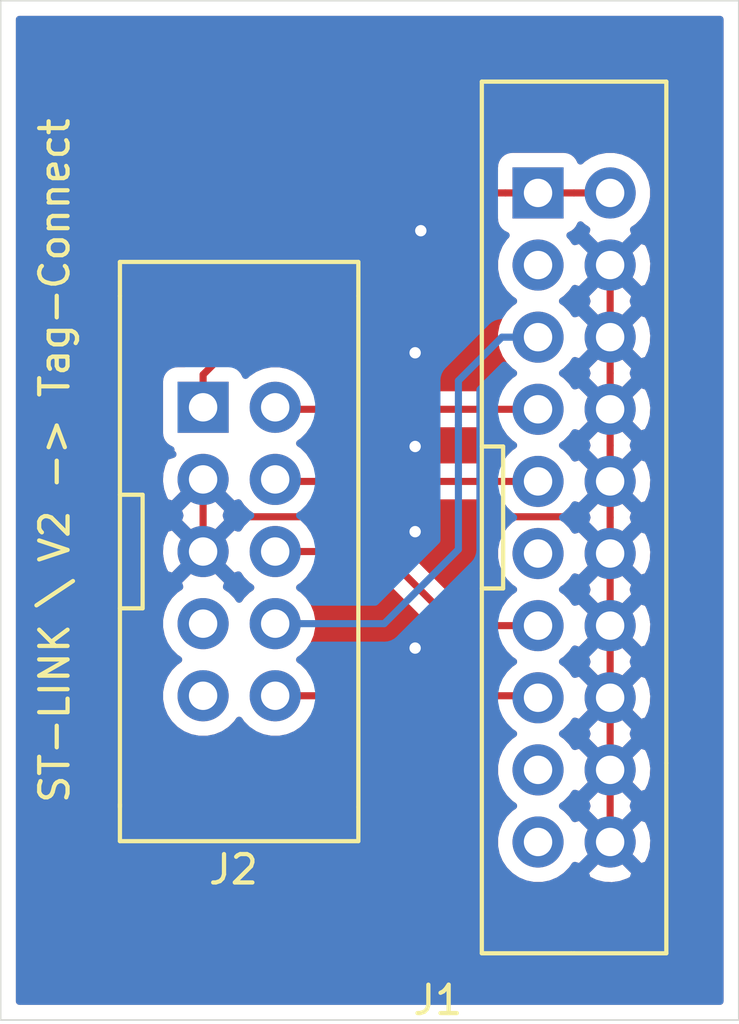
<source format=kicad_pcb>
(kicad_pcb (version 20171130) (host pcbnew "(5.1.2-1)-1")

  (general
    (thickness 1.6)
    (drawings 5)
    (tracks 42)
    (zones 0)
    (modules 2)
    (nets 14)
  )

  (page A4)
  (layers
    (0 F.Cu signal)
    (31 B.Cu signal)
    (32 B.Adhes user)
    (33 F.Adhes user)
    (34 B.Paste user)
    (35 F.Paste user)
    (36 B.SilkS user)
    (37 F.SilkS user)
    (38 B.Mask user)
    (39 F.Mask user)
    (40 Dwgs.User user)
    (41 Cmts.User user)
    (42 Eco1.User user)
    (43 Eco2.User user)
    (44 Edge.Cuts user)
    (45 Margin user)
    (46 B.CrtYd user)
    (47 F.CrtYd user)
    (48 B.Fab user)
    (49 F.Fab user)
  )

  (setup
    (last_trace_width 0.25)
    (trace_clearance 0.2)
    (zone_clearance 0.508)
    (zone_45_only no)
    (trace_min 0.2)
    (via_size 0.8)
    (via_drill 0.4)
    (via_min_size 0.4)
    (via_min_drill 0.3)
    (uvia_size 0.3)
    (uvia_drill 0.1)
    (uvias_allowed no)
    (uvia_min_size 0.2)
    (uvia_min_drill 0.1)
    (edge_width 0.05)
    (segment_width 0.2)
    (pcb_text_width 0.3)
    (pcb_text_size 1.5 1.5)
    (mod_edge_width 0.12)
    (mod_text_size 1 1)
    (mod_text_width 0.15)
    (pad_size 1.524 1.524)
    (pad_drill 0.762)
    (pad_to_mask_clearance 0.051)
    (solder_mask_min_width 0.25)
    (aux_axis_origin 0 0)
    (visible_elements FFFFFF7F)
    (pcbplotparams
      (layerselection 0x010fc_ffffffff)
      (usegerberextensions false)
      (usegerberattributes false)
      (usegerberadvancedattributes false)
      (creategerberjobfile false)
      (excludeedgelayer true)
      (linewidth 0.100000)
      (plotframeref false)
      (viasonmask false)
      (mode 1)
      (useauxorigin false)
      (hpglpennumber 1)
      (hpglpenspeed 20)
      (hpglpendiameter 15.000000)
      (psnegative false)
      (psa4output false)
      (plotreference true)
      (plotvalue true)
      (plotinvisibletext false)
      (padsonsilk false)
      (subtractmaskfromsilk false)
      (outputformat 3)
      (mirror false)
      (drillshape 0)
      (scaleselection 1)
      (outputdirectory ""))
  )

  (net 0 "")
  (net 1 /VDD)
  (net 2 "Net-(J1-Pad3)")
  (net 3 /TDI)
  (net 4 /GND)
  (net 5 /TMS)
  (net 6 /TCK)
  (net 7 "Net-(J1-Pad11)")
  (net 8 /TDO)
  (net 9 /RST)
  (net 10 "Net-(J1-Pad17)")
  (net 11 "Net-(J1-Pad19)")
  (net 12 "Net-(J2-Pad7)")
  (net 13 "Net-(J2-Pad9)")

  (net_class Default "This is the default net class."
    (clearance 0.2)
    (trace_width 0.25)
    (via_dia 0.8)
    (via_drill 0.4)
    (uvia_dia 0.3)
    (uvia_drill 0.1)
    (add_net /GND)
    (add_net /RST)
    (add_net /TCK)
    (add_net /TDI)
    (add_net /TDO)
    (add_net /TMS)
    (add_net /VDD)
    (add_net "Net-(J1-Pad11)")
    (add_net "Net-(J1-Pad17)")
    (add_net "Net-(J1-Pad19)")
    (add_net "Net-(J1-Pad3)")
    (add_net "Net-(J2-Pad7)")
    (add_net "Net-(J2-Pad9)")
  )

  (module connectors:20_POS_shrouded_conn_3M (layer F.Cu) (tedit 5DDDBFC2) (tstamp 5DDDCEB9)
    (at 131.2 95.2 270)
    (path /5DDDDBF6)
    (fp_text reference J1 (at 17 4.8 180) (layer F.SilkS)
      (effects (font (size 1 1) (thickness 0.15)))
    )
    (fp_text value 3M_20_POS_PIN_HEADER_2.54 (at -0.05 -4.3 90) (layer F.Fab) hide
      (effects (font (size 1 1) (thickness 0.15)))
    )
    (fp_line (start 15.35 0) (end 15.35 -3.25) (layer F.SilkS) (width 0.15))
    (fp_line (start 15.35 -3.25) (end 8.65 -3.25) (layer F.SilkS) (width 0.15))
    (fp_line (start 15.35 0) (end 15.35 0.1) (layer F.SilkS) (width 0.15))
    (fp_line (start -15.35 -3.25) (end 8.65 -3.25) (layer F.SilkS) (width 0.15))
    (fp_line (start 15.35 3.25) (end -15.35 3.25) (layer F.SilkS) (width 0.15))
    (fp_line (start 15.35 0.1) (end 15.35 3.25) (layer F.SilkS) (width 0.15))
    (fp_line (start -15.35 3.25) (end -15.35 -3.25) (layer F.SilkS) (width 0.15))
    (fp_line (start -2.5 3.25) (end -2.5 2.5) (layer F.SilkS) (width 0.15))
    (fp_line (start -2.5 2.5) (end 2.5 2.5) (layer F.SilkS) (width 0.15))
    (fp_line (start 2.5 2.5) (end 2.5 3.25) (layer F.SilkS) (width 0.15))
    (pad 1 thru_hole rect (at -11.43 1.27 270) (size 1.8 1.8) (drill 1) (layers *.Cu *.Mask)
      (net 1 /VDD))
    (pad 2 thru_hole circle (at -11.43 -1.27 270) (size 1.8 1.8) (drill 1) (layers *.Cu *.Mask)
      (net 1 /VDD))
    (pad 3 thru_hole circle (at -8.89 1.27 270) (size 1.8 1.8) (drill 1) (layers *.Cu *.Mask)
      (net 2 "Net-(J1-Pad3)"))
    (pad 5 thru_hole circle (at -6.35 1.27 270) (size 1.8 1.8) (drill 1) (layers *.Cu *.Mask)
      (net 3 /TDI))
    (pad 4 thru_hole circle (at -8.89 -1.27 270) (size 1.8 1.8) (drill 1) (layers *.Cu *.Mask)
      (net 4 /GND))
    (pad 6 thru_hole circle (at -6.35 -1.27 270) (size 1.8 1.8) (drill 1) (layers *.Cu *.Mask)
      (net 4 /GND))
    (pad 7 thru_hole circle (at -3.81 1.27 270) (size 1.8 1.8) (drill 1) (layers *.Cu *.Mask)
      (net 5 /TMS))
    (pad 8 thru_hole circle (at -3.81 -1.27 270) (size 1.8 1.8) (drill 1) (layers *.Cu *.Mask)
      (net 4 /GND))
    (pad 9 thru_hole circle (at -1.27 1.27 270) (size 1.8 1.8) (drill 1) (layers *.Cu *.Mask)
      (net 6 /TCK))
    (pad 10 thru_hole circle (at -1.27 -1.27 270) (size 1.8 1.8) (drill 1) (layers *.Cu *.Mask)
      (net 4 /GND))
    (pad 11 thru_hole circle (at 1.27 1.27 270) (size 1.8 1.8) (drill 1) (layers *.Cu *.Mask)
      (net 7 "Net-(J1-Pad11)"))
    (pad 12 thru_hole circle (at 1.27 -1.27 270) (size 1.8 1.8) (drill 1) (layers *.Cu *.Mask)
      (net 4 /GND))
    (pad 13 thru_hole circle (at 3.81 1.27 270) (size 1.8 1.8) (drill 1) (layers *.Cu *.Mask)
      (net 8 /TDO))
    (pad 14 thru_hole circle (at 3.81 -1.27 270) (size 1.8 1.8) (drill 1) (layers *.Cu *.Mask)
      (net 4 /GND))
    (pad 15 thru_hole circle (at 6.35 1.27 270) (size 1.8 1.8) (drill 1) (layers *.Cu *.Mask)
      (net 9 /RST))
    (pad 16 thru_hole circle (at 6.35 -1.27 270) (size 1.8 1.8) (drill 1) (layers *.Cu *.Mask)
      (net 4 /GND))
    (pad 17 thru_hole circle (at 8.89 1.27 270) (size 1.8 1.8) (drill 1) (layers *.Cu *.Mask)
      (net 10 "Net-(J1-Pad17)"))
    (pad 18 thru_hole circle (at 8.89 -1.27 270) (size 1.8 1.8) (drill 1) (layers *.Cu *.Mask)
      (net 4 /GND))
    (pad 19 thru_hole circle (at 11.43 1.27 270) (size 1.8 1.8) (drill 1) (layers *.Cu *.Mask)
      (net 11 "Net-(J1-Pad19)"))
    (pad 20 thru_hole circle (at 11.43 -1.27 270) (size 1.8 1.8) (drill 1) (layers *.Cu *.Mask)
      (net 4 /GND))
    (model /Users/fabiencesari/Dropbox/fabien/perso/kicad_libs/CADModels/30320-6002.stp
      (offset (xyz -16.5 -4.2 0))
      (scale (xyz 1 1 1))
      (rotate (xyz 0 0 0))
    )
  )

  (module connectors:10_POS_shrouded_conn_3M (layer F.Cu) (tedit 5DDDC18A) (tstamp 5DDDCED2)
    (at 119.4 96.4 270)
    (path /5DDDD506)
    (fp_text reference J2 (at 11.2 0.2 180) (layer F.SilkS)
      (effects (font (size 1 1) (thickness 0.15)))
    )
    (fp_text value 3M_10_POS_PIN_HEADER_2.54 (at -0.2 6.4 90) (layer F.Fab) hide
      (effects (font (size 1 1) (thickness 0.15)))
    )
    (fp_line (start 9 4.2) (end -9 4.2) (layer F.SilkS) (width 0.15))
    (fp_line (start -9 -4.2) (end 9 -4.2) (layer F.SilkS) (width 0.15))
    (fp_line (start -2 4.2) (end -2 3.4) (layer F.SilkS) (width 0.15))
    (fp_line (start -2 3.4) (end 2 3.4) (layer F.SilkS) (width 0.15))
    (fp_line (start 2 3.4) (end 2 4.2) (layer F.SilkS) (width 0.15))
    (fp_line (start 9 -4.2) (end 10.2 -4.2) (layer F.SilkS) (width 0.15))
    (fp_line (start 10.2 -4.2) (end 10.2 4.2) (layer F.SilkS) (width 0.15))
    (fp_line (start 10.2 4.2) (end 8.9 4.2) (layer F.SilkS) (width 0.15))
    (fp_line (start -9 -4.2) (end -10.2 -4.2) (layer F.SilkS) (width 0.15))
    (fp_line (start -10.2 -4.2) (end -10.2 4.2) (layer F.SilkS) (width 0.15))
    (fp_line (start -10.2 4.2) (end -9 4.2) (layer F.SilkS) (width 0.15))
    (pad 1 thru_hole rect (at -5.08 1.27 270) (size 1.8 1.8) (drill 1) (layers *.Cu *.Mask)
      (net 1 /VDD))
    (pad 2 thru_hole circle (at -5.08 -1.27 270) (size 1.8 1.8) (drill 1) (layers *.Cu *.Mask)
      (net 5 /TMS))
    (pad 3 thru_hole circle (at -2.54 1.27 270) (size 1.8 1.8) (drill 1) (layers *.Cu *.Mask)
      (net 4 /GND))
    (pad 4 thru_hole circle (at -2.54 -1.27 270) (size 1.8 1.8) (drill 1) (layers *.Cu *.Mask)
      (net 6 /TCK))
    (pad 5 thru_hole circle (at 0 1.27 270) (size 1.8 1.8) (drill 1) (layers *.Cu *.Mask)
      (net 4 /GND))
    (pad 6 thru_hole circle (at 0 -1.27 270) (size 1.8 1.8) (drill 1) (layers *.Cu *.Mask)
      (net 8 /TDO))
    (pad 7 thru_hole circle (at 2.54 1.27 270) (size 1.8 1.8) (drill 1) (layers *.Cu *.Mask)
      (net 12 "Net-(J2-Pad7)"))
    (pad 8 thru_hole circle (at 2.54 -1.27 270) (size 1.8 1.8) (drill 1) (layers *.Cu *.Mask)
      (net 3 /TDI))
    (pad 9 thru_hole circle (at 5.08 1.27 270) (size 1.8 1.8) (drill 1) (layers *.Cu *.Mask)
      (net 13 "Net-(J2-Pad9)"))
    (pad 10 thru_hole circle (at 5.08 -1.27 270) (size 1.8 1.8) (drill 1) (layers *.Cu *.Mask)
      (net 9 /RST))
    (model /Users/fabiencesari/Dropbox/fabien/perso/kicad_libs/CADModels/30310-6002.stp
      (offset (xyz -10.1 -4.2 0))
      (scale (xyz 1 1 1))
      (rotate (xyz 0 0 0))
    )
  )

  (gr_text "ST-LINK \\ V2 -> Tag-Connect" (at 112.9 93.2 90) (layer F.SilkS)
    (effects (font (size 1 1) (thickness 0.15)))
  )
  (gr_line (start 137 112.9) (end 137 77) (layer Edge.Cuts) (width 0.05) (tstamp 5DDDD4DC))
  (gr_line (start 111 112.9) (end 137 112.9) (layer Edge.Cuts) (width 0.05))
  (gr_line (start 111 77) (end 111 112.9) (layer Edge.Cuts) (width 0.05))
  (gr_line (start 137 77) (end 111 77) (layer Edge.Cuts) (width 0.05))

  (segment (start 128.78 83.77) (end 129.93 83.77) (width 0.25) (layer F.Cu) (net 1))
  (segment (start 124.53 83.77) (end 128.78 83.77) (width 0.25) (layer F.Cu) (net 1))
  (segment (start 118.13 90.17) (end 124.53 83.77) (width 0.25) (layer F.Cu) (net 1))
  (segment (start 118.13 91.32) (end 118.13 90.17) (width 0.25) (layer F.Cu) (net 1))
  (segment (start 131.197208 83.77) (end 129.93 83.77) (width 0.25) (layer F.Cu) (net 1))
  (segment (start 132.47 83.77) (end 131.197208 83.77) (width 0.25) (layer F.Cu) (net 1))
  (segment (start 120.67 98.94) (end 124.51 98.94) (width 0.25) (layer B.Cu) (net 3))
  (segment (start 124.51 98.94) (end 127.125 96.325) (width 0.25) (layer B.Cu) (net 3))
  (segment (start 129.93 88.85) (end 128.657208 88.85) (width 0.25) (layer B.Cu) (net 3))
  (segment (start 127.125 90.382208) (end 127.125 91.95) (width 0.25) (layer B.Cu) (net 3))
  (segment (start 128.657208 88.85) (end 127.125 90.382208) (width 0.25) (layer B.Cu) (net 3))
  (segment (start 127.125 96.325) (end 127.125 91.95) (width 0.25) (layer B.Cu) (net 3))
  (segment (start 118.13 93.86) (end 118.13 96.4) (width 0.25) (layer F.Cu) (net 4))
  (segment (start 131.174999 95.174999) (end 131.570001 95.570001) (width 0.25) (layer F.Cu) (net 4))
  (segment (start 119.444999 95.174999) (end 131.174999 95.174999) (width 0.25) (layer F.Cu) (net 4))
  (segment (start 131.570001 95.570001) (end 132.47 96.47) (width 0.25) (layer F.Cu) (net 4))
  (segment (start 118.13 93.86) (end 119.444999 95.174999) (width 0.25) (layer F.Cu) (net 4))
  (segment (start 132.47 106.63) (end 132.47 104.09) (width 0.25) (layer F.Cu) (net 4))
  (segment (start 132.47 101.55) (end 132.47 104.09) (width 0.25) (layer F.Cu) (net 4))
  (segment (start 132.47 99.01) (end 132.47 101.55) (width 0.25) (layer F.Cu) (net 4))
  (segment (start 132.47 96.47) (end 132.47 99.01) (width 0.25) (layer F.Cu) (net 4))
  (segment (start 132.47 95.202792) (end 132.47 96.47) (width 0.25) (layer F.Cu) (net 4))
  (segment (start 132.47 93.93) (end 132.47 95.202792) (width 0.25) (layer F.Cu) (net 4))
  (segment (start 132.47 92.662792) (end 132.47 93.93) (width 0.25) (layer F.Cu) (net 4))
  (segment (start 132.47 91.39) (end 132.47 92.662792) (width 0.25) (layer F.Cu) (net 4))
  (segment (start 132.47 90.122792) (end 132.47 91.39) (width 0.25) (layer F.Cu) (net 4))
  (segment (start 132.47 88.85) (end 132.47 90.122792) (width 0.25) (layer F.Cu) (net 4))
  (segment (start 132.47 86.31) (end 132.47 88.85) (width 0.25) (layer F.Cu) (net 4))
  (via (at 125.8 85.1) (size 0.8) (drill 0.4) (layers F.Cu B.Cu) (net 4))
  (via (at 125.6 89.4) (size 0.8) (drill 0.4) (layers F.Cu B.Cu) (net 4))
  (via (at 125.6 92.7) (size 0.8) (drill 0.4) (layers F.Cu B.Cu) (net 4))
  (via (at 125.6 95.7) (size 0.8) (drill 0.4) (layers F.Cu B.Cu) (net 4))
  (via (at 125.6 99.8) (size 0.8) (drill 0.4) (layers F.Cu B.Cu) (net 4))
  (segment (start 120.74 91.39) (end 120.67 91.32) (width 0.25) (layer F.Cu) (net 5))
  (segment (start 129.93 91.39) (end 120.74 91.39) (width 0.25) (layer F.Cu) (net 5))
  (segment (start 120.74 93.93) (end 120.67 93.86) (width 0.25) (layer F.Cu) (net 6))
  (segment (start 129.93 93.93) (end 120.74 93.93) (width 0.25) (layer F.Cu) (net 6))
  (segment (start 129.93 99.01) (end 127.035 99.01) (width 0.25) (layer F.Cu) (net 8))
  (segment (start 127.035 99.01) (end 124.425 96.4) (width 0.25) (layer F.Cu) (net 8))
  (segment (start 124.425 96.4) (end 120.67 96.4) (width 0.25) (layer F.Cu) (net 8))
  (segment (start 129.86 101.48) (end 129.93 101.55) (width 0.25) (layer F.Cu) (net 9))
  (segment (start 120.67 101.48) (end 129.86 101.48) (width 0.25) (layer F.Cu) (net 9))

  (zone (net 4) (net_name /GND) (layer F.Cu) (tstamp 5DDDD8A2) (hatch edge 0.508)
    (connect_pads (clearance 0.508))
    (min_thickness 0.254)
    (fill yes (arc_segments 32) (thermal_gap 0.508) (thermal_bridge_width 0.508))
    (polygon
      (pts
        (xy 111 77) (xy 137 77) (xy 137 112.9) (xy 111 112.9)
      )
    )
    (filled_polygon
      (pts
        (xy 136.34 112.24) (xy 111.66 112.24) (xy 111.66 96.466553) (xy 116.589009 96.466553) (xy 116.631603 96.765907)
        (xy 116.731778 97.051199) (xy 116.811739 97.200792) (xy 117.06592 97.284475) (xy 117.950395 96.4) (xy 117.06592 95.515525)
        (xy 116.811739 95.599208) (xy 116.680842 95.871775) (xy 116.605635 96.164642) (xy 116.589009 96.466553) (xy 111.66 96.466553)
        (xy 111.66 94.92408) (xy 117.245525 94.92408) (xy 117.313319 95.13) (xy 117.245525 95.33592) (xy 118.13 96.220395)
        (xy 119.014475 95.33592) (xy 118.946681 95.13) (xy 119.014475 94.92408) (xy 118.13 94.039605) (xy 117.245525 94.92408)
        (xy 111.66 94.92408) (xy 111.66 93.926553) (xy 116.589009 93.926553) (xy 116.631603 94.225907) (xy 116.731778 94.511199)
        (xy 116.811739 94.660792) (xy 117.06592 94.744475) (xy 117.950395 93.86) (xy 117.936253 93.845858) (xy 118.115858 93.666253)
        (xy 118.13 93.680395) (xy 118.144143 93.666253) (xy 118.323748 93.845858) (xy 118.309605 93.86) (xy 119.19408 94.744475)
        (xy 119.375049 94.684895) (xy 119.477688 94.838505) (xy 119.691495 95.052312) (xy 119.807763 95.13) (xy 119.691495 95.207688)
        (xy 119.477688 95.421495) (xy 119.375049 95.575105) (xy 119.19408 95.515525) (xy 118.309605 96.4) (xy 119.19408 97.284475)
        (xy 119.375049 97.224895) (xy 119.477688 97.378505) (xy 119.691495 97.592312) (xy 119.807763 97.67) (xy 119.691495 97.747688)
        (xy 119.477688 97.961495) (xy 119.4 98.077763) (xy 119.322312 97.961495) (xy 119.108505 97.747688) (xy 118.954895 97.645049)
        (xy 119.014475 97.46408) (xy 118.13 96.579605) (xy 117.245525 97.46408) (xy 117.305105 97.645049) (xy 117.151495 97.747688)
        (xy 116.937688 97.961495) (xy 116.769701 98.212905) (xy 116.653989 98.492257) (xy 116.595 98.788816) (xy 116.595 99.091184)
        (xy 116.653989 99.387743) (xy 116.769701 99.667095) (xy 116.937688 99.918505) (xy 117.151495 100.132312) (xy 117.267763 100.21)
        (xy 117.151495 100.287688) (xy 116.937688 100.501495) (xy 116.769701 100.752905) (xy 116.653989 101.032257) (xy 116.595 101.328816)
        (xy 116.595 101.631184) (xy 116.653989 101.927743) (xy 116.769701 102.207095) (xy 116.937688 102.458505) (xy 117.151495 102.672312)
        (xy 117.402905 102.840299) (xy 117.682257 102.956011) (xy 117.978816 103.015) (xy 118.281184 103.015) (xy 118.577743 102.956011)
        (xy 118.857095 102.840299) (xy 119.108505 102.672312) (xy 119.322312 102.458505) (xy 119.4 102.342237) (xy 119.477688 102.458505)
        (xy 119.691495 102.672312) (xy 119.942905 102.840299) (xy 120.222257 102.956011) (xy 120.518816 103.015) (xy 120.821184 103.015)
        (xy 121.117743 102.956011) (xy 121.397095 102.840299) (xy 121.648505 102.672312) (xy 121.862312 102.458505) (xy 122.008313 102.24)
        (xy 128.554336 102.24) (xy 128.569701 102.277095) (xy 128.737688 102.528505) (xy 128.951495 102.742312) (xy 129.067763 102.82)
        (xy 128.951495 102.897688) (xy 128.737688 103.111495) (xy 128.569701 103.362905) (xy 128.453989 103.642257) (xy 128.395 103.938816)
        (xy 128.395 104.241184) (xy 128.453989 104.537743) (xy 128.569701 104.817095) (xy 128.737688 105.068505) (xy 128.951495 105.282312)
        (xy 129.067763 105.36) (xy 128.951495 105.437688) (xy 128.737688 105.651495) (xy 128.569701 105.902905) (xy 128.453989 106.182257)
        (xy 128.395 106.478816) (xy 128.395 106.781184) (xy 128.453989 107.077743) (xy 128.569701 107.357095) (xy 128.737688 107.608505)
        (xy 128.951495 107.822312) (xy 129.202905 107.990299) (xy 129.482257 108.106011) (xy 129.778816 108.165) (xy 130.081184 108.165)
        (xy 130.377743 108.106011) (xy 130.657095 107.990299) (xy 130.908505 107.822312) (xy 131.036737 107.69408) (xy 131.585525 107.69408)
        (xy 131.669208 107.948261) (xy 131.941775 108.079158) (xy 132.234642 108.154365) (xy 132.536553 108.170991) (xy 132.835907 108.128397)
        (xy 133.121199 108.028222) (xy 133.270792 107.948261) (xy 133.354475 107.69408) (xy 132.47 106.809605) (xy 131.585525 107.69408)
        (xy 131.036737 107.69408) (xy 131.122312 107.608505) (xy 131.224951 107.454895) (xy 131.40592 107.514475) (xy 132.290395 106.63)
        (xy 132.649605 106.63) (xy 133.53408 107.514475) (xy 133.788261 107.430792) (xy 133.919158 107.158225) (xy 133.994365 106.865358)
        (xy 134.010991 106.563447) (xy 133.968397 106.264093) (xy 133.868222 105.978801) (xy 133.788261 105.829208) (xy 133.53408 105.745525)
        (xy 132.649605 106.63) (xy 132.290395 106.63) (xy 131.40592 105.745525) (xy 131.224951 105.805105) (xy 131.122312 105.651495)
        (xy 130.908505 105.437688) (xy 130.792237 105.36) (xy 130.908505 105.282312) (xy 131.036737 105.15408) (xy 131.585525 105.15408)
        (xy 131.653319 105.36) (xy 131.585525 105.56592) (xy 132.47 106.450395) (xy 133.354475 105.56592) (xy 133.286681 105.36)
        (xy 133.354475 105.15408) (xy 132.47 104.269605) (xy 131.585525 105.15408) (xy 131.036737 105.15408) (xy 131.122312 105.068505)
        (xy 131.224951 104.914895) (xy 131.40592 104.974475) (xy 132.290395 104.09) (xy 132.649605 104.09) (xy 133.53408 104.974475)
        (xy 133.788261 104.890792) (xy 133.919158 104.618225) (xy 133.994365 104.325358) (xy 134.010991 104.023447) (xy 133.968397 103.724093)
        (xy 133.868222 103.438801) (xy 133.788261 103.289208) (xy 133.53408 103.205525) (xy 132.649605 104.09) (xy 132.290395 104.09)
        (xy 131.40592 103.205525) (xy 131.224951 103.265105) (xy 131.122312 103.111495) (xy 130.908505 102.897688) (xy 130.792237 102.82)
        (xy 130.908505 102.742312) (xy 131.036737 102.61408) (xy 131.585525 102.61408) (xy 131.653319 102.82) (xy 131.585525 103.02592)
        (xy 132.47 103.910395) (xy 133.354475 103.02592) (xy 133.286681 102.82) (xy 133.354475 102.61408) (xy 132.47 101.729605)
        (xy 131.585525 102.61408) (xy 131.036737 102.61408) (xy 131.122312 102.528505) (xy 131.224951 102.374895) (xy 131.40592 102.434475)
        (xy 132.290395 101.55) (xy 132.649605 101.55) (xy 133.53408 102.434475) (xy 133.788261 102.350792) (xy 133.919158 102.078225)
        (xy 133.994365 101.785358) (xy 134.010991 101.483447) (xy 133.968397 101.184093) (xy 133.868222 100.898801) (xy 133.788261 100.749208)
        (xy 133.53408 100.665525) (xy 132.649605 101.55) (xy 132.290395 101.55) (xy 131.40592 100.665525) (xy 131.224951 100.725105)
        (xy 131.122312 100.571495) (xy 130.908505 100.357688) (xy 130.792237 100.28) (xy 130.908505 100.202312) (xy 131.036737 100.07408)
        (xy 131.585525 100.07408) (xy 131.653319 100.28) (xy 131.585525 100.48592) (xy 132.47 101.370395) (xy 133.354475 100.48592)
        (xy 133.286681 100.28) (xy 133.354475 100.07408) (xy 132.47 99.189605) (xy 131.585525 100.07408) (xy 131.036737 100.07408)
        (xy 131.122312 99.988505) (xy 131.224951 99.834895) (xy 131.40592 99.894475) (xy 132.290395 99.01) (xy 132.649605 99.01)
        (xy 133.53408 99.894475) (xy 133.788261 99.810792) (xy 133.919158 99.538225) (xy 133.994365 99.245358) (xy 134.010991 98.943447)
        (xy 133.968397 98.644093) (xy 133.868222 98.358801) (xy 133.788261 98.209208) (xy 133.53408 98.125525) (xy 132.649605 99.01)
        (xy 132.290395 99.01) (xy 131.40592 98.125525) (xy 131.224951 98.185105) (xy 131.122312 98.031495) (xy 130.908505 97.817688)
        (xy 130.792237 97.74) (xy 130.908505 97.662312) (xy 131.036737 97.53408) (xy 131.585525 97.53408) (xy 131.653319 97.74)
        (xy 131.585525 97.94592) (xy 132.47 98.830395) (xy 133.354475 97.94592) (xy 133.286681 97.74) (xy 133.354475 97.53408)
        (xy 132.47 96.649605) (xy 131.585525 97.53408) (xy 131.036737 97.53408) (xy 131.122312 97.448505) (xy 131.224951 97.294895)
        (xy 131.40592 97.354475) (xy 132.290395 96.47) (xy 132.649605 96.47) (xy 133.53408 97.354475) (xy 133.788261 97.270792)
        (xy 133.919158 96.998225) (xy 133.994365 96.705358) (xy 134.010991 96.403447) (xy 133.968397 96.104093) (xy 133.868222 95.818801)
        (xy 133.788261 95.669208) (xy 133.53408 95.585525) (xy 132.649605 96.47) (xy 132.290395 96.47) (xy 131.40592 95.585525)
        (xy 131.224951 95.645105) (xy 131.122312 95.491495) (xy 130.908505 95.277688) (xy 130.792237 95.2) (xy 130.908505 95.122312)
        (xy 131.036737 94.99408) (xy 131.585525 94.99408) (xy 131.653319 95.2) (xy 131.585525 95.40592) (xy 132.47 96.290395)
        (xy 133.354475 95.40592) (xy 133.286681 95.2) (xy 133.354475 94.99408) (xy 132.47 94.109605) (xy 131.585525 94.99408)
        (xy 131.036737 94.99408) (xy 131.122312 94.908505) (xy 131.224951 94.754895) (xy 131.40592 94.814475) (xy 132.290395 93.93)
        (xy 132.649605 93.93) (xy 133.53408 94.814475) (xy 133.788261 94.730792) (xy 133.919158 94.458225) (xy 133.994365 94.165358)
        (xy 134.010991 93.863447) (xy 133.968397 93.564093) (xy 133.868222 93.278801) (xy 133.788261 93.129208) (xy 133.53408 93.045525)
        (xy 132.649605 93.93) (xy 132.290395 93.93) (xy 131.40592 93.045525) (xy 131.224951 93.105105) (xy 131.122312 92.951495)
        (xy 130.908505 92.737688) (xy 130.792237 92.66) (xy 130.908505 92.582312) (xy 131.036737 92.45408) (xy 131.585525 92.45408)
        (xy 131.653319 92.66) (xy 131.585525 92.86592) (xy 132.47 93.750395) (xy 133.354475 92.86592) (xy 133.286681 92.66)
        (xy 133.354475 92.45408) (xy 132.47 91.569605) (xy 131.585525 92.45408) (xy 131.036737 92.45408) (xy 131.122312 92.368505)
        (xy 131.224951 92.214895) (xy 131.40592 92.274475) (xy 132.290395 91.39) (xy 132.649605 91.39) (xy 133.53408 92.274475)
        (xy 133.788261 92.190792) (xy 133.919158 91.918225) (xy 133.994365 91.625358) (xy 134.010991 91.323447) (xy 133.968397 91.024093)
        (xy 133.868222 90.738801) (xy 133.788261 90.589208) (xy 133.53408 90.505525) (xy 132.649605 91.39) (xy 132.290395 91.39)
        (xy 131.40592 90.505525) (xy 131.224951 90.565105) (xy 131.122312 90.411495) (xy 130.908505 90.197688) (xy 130.792237 90.12)
        (xy 130.908505 90.042312) (xy 131.036737 89.91408) (xy 131.585525 89.91408) (xy 131.653319 90.12) (xy 131.585525 90.32592)
        (xy 132.47 91.210395) (xy 133.354475 90.32592) (xy 133.286681 90.12) (xy 133.354475 89.91408) (xy 132.47 89.029605)
        (xy 131.585525 89.91408) (xy 131.036737 89.91408) (xy 131.122312 89.828505) (xy 131.224951 89.674895) (xy 131.40592 89.734475)
        (xy 132.290395 88.85) (xy 132.649605 88.85) (xy 133.53408 89.734475) (xy 133.788261 89.650792) (xy 133.919158 89.378225)
        (xy 133.994365 89.085358) (xy 134.010991 88.783447) (xy 133.968397 88.484093) (xy 133.868222 88.198801) (xy 133.788261 88.049208)
        (xy 133.53408 87.965525) (xy 132.649605 88.85) (xy 132.290395 88.85) (xy 131.40592 87.965525) (xy 131.224951 88.025105)
        (xy 131.122312 87.871495) (xy 130.908505 87.657688) (xy 130.792237 87.58) (xy 130.908505 87.502312) (xy 131.036737 87.37408)
        (xy 131.585525 87.37408) (xy 131.653319 87.58) (xy 131.585525 87.78592) (xy 132.47 88.670395) (xy 133.354475 87.78592)
        (xy 133.286681 87.58) (xy 133.354475 87.37408) (xy 132.47 86.489605) (xy 131.585525 87.37408) (xy 131.036737 87.37408)
        (xy 131.122312 87.288505) (xy 131.224951 87.134895) (xy 131.40592 87.194475) (xy 132.290395 86.31) (xy 132.649605 86.31)
        (xy 133.53408 87.194475) (xy 133.788261 87.110792) (xy 133.919158 86.838225) (xy 133.994365 86.545358) (xy 134.010991 86.243447)
        (xy 133.968397 85.944093) (xy 133.868222 85.658801) (xy 133.788261 85.509208) (xy 133.53408 85.425525) (xy 132.649605 86.31)
        (xy 132.290395 86.31) (xy 131.40592 85.425525) (xy 131.224951 85.485105) (xy 131.122312 85.331495) (xy 131.055873 85.265056)
        (xy 131.07418 85.259502) (xy 131.184494 85.200537) (xy 131.281185 85.121185) (xy 131.360537 85.024494) (xy 131.419502 84.91418)
        (xy 131.425056 84.895873) (xy 131.491495 84.962312) (xy 131.645105 85.064951) (xy 131.585525 85.24592) (xy 132.47 86.130395)
        (xy 133.354475 85.24592) (xy 133.294895 85.064951) (xy 133.448505 84.962312) (xy 133.662312 84.748505) (xy 133.830299 84.497095)
        (xy 133.946011 84.217743) (xy 134.005 83.921184) (xy 134.005 83.618816) (xy 133.946011 83.322257) (xy 133.830299 83.042905)
        (xy 133.662312 82.791495) (xy 133.448505 82.577688) (xy 133.197095 82.409701) (xy 132.917743 82.293989) (xy 132.621184 82.235)
        (xy 132.318816 82.235) (xy 132.022257 82.293989) (xy 131.742905 82.409701) (xy 131.491495 82.577688) (xy 131.425056 82.644127)
        (xy 131.419502 82.62582) (xy 131.360537 82.515506) (xy 131.281185 82.418815) (xy 131.184494 82.339463) (xy 131.07418 82.280498)
        (xy 130.954482 82.244188) (xy 130.83 82.231928) (xy 129.03 82.231928) (xy 128.905518 82.244188) (xy 128.78582 82.280498)
        (xy 128.675506 82.339463) (xy 128.578815 82.418815) (xy 128.499463 82.515506) (xy 128.440498 82.62582) (xy 128.404188 82.745518)
        (xy 128.391928 82.87) (xy 128.391928 83.01) (xy 124.567323 83.01) (xy 124.53 83.006324) (xy 124.492677 83.01)
        (xy 124.492667 83.01) (xy 124.381014 83.020997) (xy 124.237753 83.064454) (xy 124.105724 83.135026) (xy 123.989999 83.229999)
        (xy 123.966201 83.258997) (xy 117.618998 89.606201) (xy 117.59 89.629999) (xy 117.566202 89.658997) (xy 117.566201 89.658998)
        (xy 117.495026 89.745724) (xy 117.475674 89.781928) (xy 117.23 89.781928) (xy 117.105518 89.794188) (xy 116.98582 89.830498)
        (xy 116.875506 89.889463) (xy 116.778815 89.968815) (xy 116.699463 90.065506) (xy 116.640498 90.17582) (xy 116.604188 90.295518)
        (xy 116.591928 90.42) (xy 116.591928 92.22) (xy 116.604188 92.344482) (xy 116.640498 92.46418) (xy 116.699463 92.574494)
        (xy 116.778815 92.671185) (xy 116.875506 92.750537) (xy 116.98582 92.809502) (xy 116.996735 92.812813) (xy 116.94997 92.859578)
        (xy 117.065918 92.975526) (xy 116.811739 93.059208) (xy 116.680842 93.331775) (xy 116.605635 93.624642) (xy 116.589009 93.926553)
        (xy 111.66 93.926553) (xy 111.66 77.66) (xy 136.340001 77.66)
      )
    )
    (filled_polygon
      (pts
        (xy 126.471205 99.521008) (xy 126.494999 99.550001) (xy 126.523992 99.573795) (xy 126.523996 99.573799) (xy 126.594685 99.631811)
        (xy 126.610724 99.644974) (xy 126.742753 99.715546) (xy 126.886014 99.759003) (xy 126.997667 99.77) (xy 126.997676 99.77)
        (xy 127.034999 99.773676) (xy 127.072322 99.77) (xy 128.591687 99.77) (xy 128.737688 99.988505) (xy 128.951495 100.202312)
        (xy 129.067763 100.28) (xy 128.951495 100.357688) (xy 128.737688 100.571495) (xy 128.63846 100.72) (xy 122.008313 100.72)
        (xy 121.862312 100.501495) (xy 121.648505 100.287688) (xy 121.532237 100.21) (xy 121.648505 100.132312) (xy 121.862312 99.918505)
        (xy 122.030299 99.667095) (xy 122.146011 99.387743) (xy 122.205 99.091184) (xy 122.205 98.788816) (xy 122.146011 98.492257)
        (xy 122.030299 98.212905) (xy 121.862312 97.961495) (xy 121.648505 97.747688) (xy 121.532237 97.67) (xy 121.648505 97.592312)
        (xy 121.862312 97.378505) (xy 122.008313 97.16) (xy 124.110199 97.16)
      )
    )
    (filled_polygon
      (pts
        (xy 128.737688 94.908505) (xy 128.951495 95.122312) (xy 129.067763 95.2) (xy 128.951495 95.277688) (xy 128.737688 95.491495)
        (xy 128.569701 95.742905) (xy 128.453989 96.022257) (xy 128.395 96.318816) (xy 128.395 96.621184) (xy 128.453989 96.917743)
        (xy 128.569701 97.197095) (xy 128.737688 97.448505) (xy 128.951495 97.662312) (xy 129.067763 97.74) (xy 128.951495 97.817688)
        (xy 128.737688 98.031495) (xy 128.591687 98.25) (xy 127.349803 98.25) (xy 124.988804 95.889003) (xy 124.965001 95.859999)
        (xy 124.849276 95.765026) (xy 124.717247 95.694454) (xy 124.573986 95.650997) (xy 124.462333 95.64) (xy 124.462322 95.64)
        (xy 124.425 95.636324) (xy 124.387678 95.64) (xy 122.008313 95.64) (xy 121.862312 95.421495) (xy 121.648505 95.207688)
        (xy 121.532237 95.13) (xy 121.648505 95.052312) (xy 121.862312 94.838505) (xy 121.96154 94.69) (xy 128.591687 94.69)
      )
    )
    (filled_polygon
      (pts
        (xy 128.737688 92.368505) (xy 128.951495 92.582312) (xy 129.067763 92.66) (xy 128.951495 92.737688) (xy 128.737688 92.951495)
        (xy 128.591687 93.17) (xy 122.045664 93.17) (xy 122.030299 93.132905) (xy 121.862312 92.881495) (xy 121.648505 92.667688)
        (xy 121.532237 92.59) (xy 121.648505 92.512312) (xy 121.862312 92.298505) (xy 121.96154 92.15) (xy 128.591687 92.15)
      )
    )
    (filled_polygon
      (pts
        (xy 128.391928 84.67) (xy 128.404188 84.794482) (xy 128.440498 84.91418) (xy 128.499463 85.024494) (xy 128.578815 85.121185)
        (xy 128.675506 85.200537) (xy 128.78582 85.259502) (xy 128.804127 85.265056) (xy 128.737688 85.331495) (xy 128.569701 85.582905)
        (xy 128.453989 85.862257) (xy 128.395 86.158816) (xy 128.395 86.461184) (xy 128.453989 86.757743) (xy 128.569701 87.037095)
        (xy 128.737688 87.288505) (xy 128.951495 87.502312) (xy 129.067763 87.58) (xy 128.951495 87.657688) (xy 128.737688 87.871495)
        (xy 128.569701 88.122905) (xy 128.453989 88.402257) (xy 128.395 88.698816) (xy 128.395 89.001184) (xy 128.453989 89.297743)
        (xy 128.569701 89.577095) (xy 128.737688 89.828505) (xy 128.951495 90.042312) (xy 129.067763 90.12) (xy 128.951495 90.197688)
        (xy 128.737688 90.411495) (xy 128.591687 90.63) (xy 122.045664 90.63) (xy 122.030299 90.592905) (xy 121.862312 90.341495)
        (xy 121.648505 90.127688) (xy 121.397095 89.959701) (xy 121.117743 89.843989) (xy 120.821184 89.785) (xy 120.518816 89.785)
        (xy 120.222257 89.843989) (xy 119.942905 89.959701) (xy 119.691495 90.127688) (xy 119.625056 90.194127) (xy 119.619502 90.17582)
        (xy 119.560537 90.065506) (xy 119.481185 89.968815) (xy 119.439882 89.934919) (xy 124.844802 84.53) (xy 128.391928 84.53)
      )
    )
  )
  (zone (net 4) (net_name /GND) (layer B.Cu) (tstamp 5DDDD89F) (hatch edge 0.508)
    (connect_pads (clearance 0.508))
    (min_thickness 0.254)
    (fill yes (arc_segments 32) (thermal_gap 0.508) (thermal_bridge_width 0.508))
    (polygon
      (pts
        (xy 111 77) (xy 137 77) (xy 137 112.9) (xy 111 112.9)
      )
    )
    (filled_polygon
      (pts
        (xy 136.34 112.24) (xy 111.66 112.24) (xy 111.66 96.466553) (xy 116.589009 96.466553) (xy 116.631603 96.765907)
        (xy 116.731778 97.051199) (xy 116.811739 97.200792) (xy 117.06592 97.284475) (xy 117.950395 96.4) (xy 117.06592 95.515525)
        (xy 116.811739 95.599208) (xy 116.680842 95.871775) (xy 116.605635 96.164642) (xy 116.589009 96.466553) (xy 111.66 96.466553)
        (xy 111.66 94.92408) (xy 117.245525 94.92408) (xy 117.313319 95.13) (xy 117.245525 95.33592) (xy 118.13 96.220395)
        (xy 119.014475 95.33592) (xy 118.946681 95.13) (xy 119.014475 94.92408) (xy 118.13 94.039605) (xy 117.245525 94.92408)
        (xy 111.66 94.92408) (xy 111.66 93.926553) (xy 116.589009 93.926553) (xy 116.631603 94.225907) (xy 116.731778 94.511199)
        (xy 116.811739 94.660792) (xy 117.06592 94.744475) (xy 117.950395 93.86) (xy 117.936253 93.845858) (xy 118.115858 93.666253)
        (xy 118.13 93.680395) (xy 118.144143 93.666253) (xy 118.323748 93.845858) (xy 118.309605 93.86) (xy 119.19408 94.744475)
        (xy 119.375049 94.684895) (xy 119.477688 94.838505) (xy 119.691495 95.052312) (xy 119.807763 95.13) (xy 119.691495 95.207688)
        (xy 119.477688 95.421495) (xy 119.375049 95.575105) (xy 119.19408 95.515525) (xy 118.309605 96.4) (xy 119.19408 97.284475)
        (xy 119.375049 97.224895) (xy 119.477688 97.378505) (xy 119.691495 97.592312) (xy 119.807763 97.67) (xy 119.691495 97.747688)
        (xy 119.477688 97.961495) (xy 119.4 98.077763) (xy 119.322312 97.961495) (xy 119.108505 97.747688) (xy 118.954895 97.645049)
        (xy 119.014475 97.46408) (xy 118.13 96.579605) (xy 117.245525 97.46408) (xy 117.305105 97.645049) (xy 117.151495 97.747688)
        (xy 116.937688 97.961495) (xy 116.769701 98.212905) (xy 116.653989 98.492257) (xy 116.595 98.788816) (xy 116.595 99.091184)
        (xy 116.653989 99.387743) (xy 116.769701 99.667095) (xy 116.937688 99.918505) (xy 117.151495 100.132312) (xy 117.267763 100.21)
        (xy 117.151495 100.287688) (xy 116.937688 100.501495) (xy 116.769701 100.752905) (xy 116.653989 101.032257) (xy 116.595 101.328816)
        (xy 116.595 101.631184) (xy 116.653989 101.927743) (xy 116.769701 102.207095) (xy 116.937688 102.458505) (xy 117.151495 102.672312)
        (xy 117.402905 102.840299) (xy 117.682257 102.956011) (xy 117.978816 103.015) (xy 118.281184 103.015) (xy 118.577743 102.956011)
        (xy 118.857095 102.840299) (xy 119.108505 102.672312) (xy 119.322312 102.458505) (xy 119.4 102.342237) (xy 119.477688 102.458505)
        (xy 119.691495 102.672312) (xy 119.942905 102.840299) (xy 120.222257 102.956011) (xy 120.518816 103.015) (xy 120.821184 103.015)
        (xy 121.117743 102.956011) (xy 121.397095 102.840299) (xy 121.648505 102.672312) (xy 121.862312 102.458505) (xy 122.030299 102.207095)
        (xy 122.146011 101.927743) (xy 122.205 101.631184) (xy 122.205 101.328816) (xy 122.146011 101.032257) (xy 122.030299 100.752905)
        (xy 121.862312 100.501495) (xy 121.648505 100.287688) (xy 121.532237 100.21) (xy 121.648505 100.132312) (xy 121.862312 99.918505)
        (xy 122.008313 99.7) (xy 124.472678 99.7) (xy 124.51 99.703676) (xy 124.547322 99.7) (xy 124.547333 99.7)
        (xy 124.658986 99.689003) (xy 124.802247 99.645546) (xy 124.934276 99.574974) (xy 125.050001 99.480001) (xy 125.073804 99.450997)
        (xy 127.636009 96.888794) (xy 127.665001 96.865001) (xy 127.688795 96.836008) (xy 127.688799 96.836004) (xy 127.759973 96.749277)
        (xy 127.759974 96.749276) (xy 127.830546 96.617247) (xy 127.874003 96.473986) (xy 127.885 96.362333) (xy 127.885 96.362324)
        (xy 127.888676 96.325001) (xy 127.885 96.287678) (xy 127.885 90.697009) (xy 128.745596 89.836413) (xy 128.951495 90.042312)
        (xy 129.067763 90.12) (xy 128.951495 90.197688) (xy 128.737688 90.411495) (xy 128.569701 90.662905) (xy 128.453989 90.942257)
        (xy 128.395 91.238816) (xy 128.395 91.541184) (xy 128.453989 91.837743) (xy 128.569701 92.117095) (xy 128.737688 92.368505)
        (xy 128.951495 92.582312) (xy 129.067763 92.66) (xy 128.951495 92.737688) (xy 128.737688 92.951495) (xy 128.569701 93.202905)
        (xy 128.453989 93.482257) (xy 128.395 93.778816) (xy 128.395 94.081184) (xy 128.453989 94.377743) (xy 128.569701 94.657095)
        (xy 128.737688 94.908505) (xy 128.951495 95.122312) (xy 129.067763 95.2) (xy 128.951495 95.277688) (xy 128.737688 95.491495)
        (xy 128.569701 95.742905) (xy 128.453989 96.022257) (xy 128.395 96.318816) (xy 128.395 96.621184) (xy 128.453989 96.917743)
        (xy 128.569701 97.197095) (xy 128.737688 97.448505) (xy 128.951495 97.662312) (xy 129.067763 97.74) (xy 128.951495 97.817688)
        (xy 128.737688 98.031495) (xy 128.569701 98.282905) (xy 128.453989 98.562257) (xy 128.395 98.858816) (xy 128.395 99.161184)
        (xy 128.453989 99.457743) (xy 128.569701 99.737095) (xy 128.737688 99.988505) (xy 128.951495 100.202312) (xy 129.067763 100.28)
        (xy 128.951495 100.357688) (xy 128.737688 100.571495) (xy 128.569701 100.822905) (xy 128.453989 101.102257) (xy 128.395 101.398816)
        (xy 128.395 101.701184) (xy 128.453989 101.997743) (xy 128.569701 102.277095) (xy 128.737688 102.528505) (xy 128.951495 102.742312)
        (xy 129.067763 102.82) (xy 128.951495 102.897688) (xy 128.737688 103.111495) (xy 128.569701 103.362905) (xy 128.453989 103.642257)
        (xy 128.395 103.938816) (xy 128.395 104.241184) (xy 128.453989 104.537743) (xy 128.569701 104.817095) (xy 128.737688 105.068505)
        (xy 128.951495 105.282312) (xy 129.067763 105.36) (xy 128.951495 105.437688) (xy 128.737688 105.651495) (xy 128.569701 105.902905)
        (xy 128.453989 106.182257) (xy 128.395 106.478816) (xy 128.395 106.781184) (xy 128.453989 107.077743) (xy 128.569701 107.357095)
        (xy 128.737688 107.608505) (xy 128.951495 107.822312) (xy 129.202905 107.990299) (xy 129.482257 108.106011) (xy 129.778816 108.165)
        (xy 130.081184 108.165) (xy 130.377743 108.106011) (xy 130.657095 107.990299) (xy 130.908505 107.822312) (xy 131.036737 107.69408)
        (xy 131.585525 107.69408) (xy 131.669208 107.948261) (xy 131.941775 108.079158) (xy 132.234642 108.154365) (xy 132.536553 108.170991)
        (xy 132.835907 108.128397) (xy 133.121199 108.028222) (xy 133.270792 107.948261) (xy 133.354475 107.69408) (xy 132.47 106.809605)
        (xy 131.585525 107.69408) (xy 131.036737 107.69408) (xy 131.122312 107.608505) (xy 131.224951 107.454895) (xy 131.40592 107.514475)
        (xy 132.290395 106.63) (xy 132.649605 106.63) (xy 133.53408 107.514475) (xy 133.788261 107.430792) (xy 133.919158 107.158225)
        (xy 133.994365 106.865358) (xy 134.010991 106.563447) (xy 133.968397 106.264093) (xy 133.868222 105.978801) (xy 133.788261 105.829208)
        (xy 133.53408 105.745525) (xy 132.649605 106.63) (xy 132.290395 106.63) (xy 131.40592 105.745525) (xy 131.224951 105.805105)
        (xy 131.122312 105.651495) (xy 130.908505 105.437688) (xy 130.792237 105.36) (xy 130.908505 105.282312) (xy 131.036737 105.15408)
        (xy 131.585525 105.15408) (xy 131.653319 105.36) (xy 131.585525 105.56592) (xy 132.47 106.450395) (xy 133.354475 105.56592)
        (xy 133.286681 105.36) (xy 133.354475 105.15408) (xy 132.47 104.269605) (xy 131.585525 105.15408) (xy 131.036737 105.15408)
        (xy 131.122312 105.068505) (xy 131.224951 104.914895) (xy 131.40592 104.974475) (xy 132.290395 104.09) (xy 132.649605 104.09)
        (xy 133.53408 104.974475) (xy 133.788261 104.890792) (xy 133.919158 104.618225) (xy 133.994365 104.325358) (xy 134.010991 104.023447)
        (xy 133.968397 103.724093) (xy 133.868222 103.438801) (xy 133.788261 103.289208) (xy 133.53408 103.205525) (xy 132.649605 104.09)
        (xy 132.290395 104.09) (xy 131.40592 103.205525) (xy 131.224951 103.265105) (xy 131.122312 103.111495) (xy 130.908505 102.897688)
        (xy 130.792237 102.82) (xy 130.908505 102.742312) (xy 131.036737 102.61408) (xy 131.585525 102.61408) (xy 131.653319 102.82)
        (xy 131.585525 103.02592) (xy 132.47 103.910395) (xy 133.354475 103.02592) (xy 133.286681 102.82) (xy 133.354475 102.61408)
        (xy 132.47 101.729605) (xy 131.585525 102.61408) (xy 131.036737 102.61408) (xy 131.122312 102.528505) (xy 131.224951 102.374895)
        (xy 131.40592 102.434475) (xy 132.290395 101.55) (xy 132.649605 101.55) (xy 133.53408 102.434475) (xy 133.788261 102.350792)
        (xy 133.919158 102.078225) (xy 133.994365 101.785358) (xy 134.010991 101.483447) (xy 133.968397 101.184093) (xy 133.868222 100.898801)
        (xy 133.788261 100.749208) (xy 133.53408 100.665525) (xy 132.649605 101.55) (xy 132.290395 101.55) (xy 131.40592 100.665525)
        (xy 131.224951 100.725105) (xy 131.122312 100.571495) (xy 130.908505 100.357688) (xy 130.792237 100.28) (xy 130.908505 100.202312)
        (xy 131.036737 100.07408) (xy 131.585525 100.07408) (xy 131.653319 100.28) (xy 131.585525 100.48592) (xy 132.47 101.370395)
        (xy 133.354475 100.48592) (xy 133.286681 100.28) (xy 133.354475 100.07408) (xy 132.47 99.189605) (xy 131.585525 100.07408)
        (xy 131.036737 100.07408) (xy 131.122312 99.988505) (xy 131.224951 99.834895) (xy 131.40592 99.894475) (xy 132.290395 99.01)
        (xy 132.649605 99.01) (xy 133.53408 99.894475) (xy 133.788261 99.810792) (xy 133.919158 99.538225) (xy 133.994365 99.245358)
        (xy 134.010991 98.943447) (xy 133.968397 98.644093) (xy 133.868222 98.358801) (xy 133.788261 98.209208) (xy 133.53408 98.125525)
        (xy 132.649605 99.01) (xy 132.290395 99.01) (xy 131.40592 98.125525) (xy 131.224951 98.185105) (xy 131.122312 98.031495)
        (xy 130.908505 97.817688) (xy 130.792237 97.74) (xy 130.908505 97.662312) (xy 131.036737 97.53408) (xy 131.585525 97.53408)
        (xy 131.653319 97.74) (xy 131.585525 97.94592) (xy 132.47 98.830395) (xy 133.354475 97.94592) (xy 133.286681 97.74)
        (xy 133.354475 97.53408) (xy 132.47 96.649605) (xy 131.585525 97.53408) (xy 131.036737 97.53408) (xy 131.122312 97.448505)
        (xy 131.224951 97.294895) (xy 131.40592 97.354475) (xy 132.290395 96.47) (xy 132.649605 96.47) (xy 133.53408 97.354475)
        (xy 133.788261 97.270792) (xy 133.919158 96.998225) (xy 133.994365 96.705358) (xy 134.010991 96.403447) (xy 133.968397 96.104093)
        (xy 133.868222 95.818801) (xy 133.788261 95.669208) (xy 133.53408 95.585525) (xy 132.649605 96.47) (xy 132.290395 96.47)
        (xy 131.40592 95.585525) (xy 131.224951 95.645105) (xy 131.122312 95.491495) (xy 130.908505 95.277688) (xy 130.792237 95.2)
        (xy 130.908505 95.122312) (xy 131.036737 94.99408) (xy 131.585525 94.99408) (xy 131.653319 95.2) (xy 131.585525 95.40592)
        (xy 132.47 96.290395) (xy 133.354475 95.40592) (xy 133.286681 95.2) (xy 133.354475 94.99408) (xy 132.47 94.109605)
        (xy 131.585525 94.99408) (xy 131.036737 94.99408) (xy 131.122312 94.908505) (xy 131.224951 94.754895) (xy 131.40592 94.814475)
        (xy 132.290395 93.93) (xy 132.649605 93.93) (xy 133.53408 94.814475) (xy 133.788261 94.730792) (xy 133.919158 94.458225)
        (xy 133.994365 94.165358) (xy 134.010991 93.863447) (xy 133.968397 93.564093) (xy 133.868222 93.278801) (xy 133.788261 93.129208)
        (xy 133.53408 93.045525) (xy 132.649605 93.93) (xy 132.290395 93.93) (xy 131.40592 93.045525) (xy 131.224951 93.105105)
        (xy 131.122312 92.951495) (xy 130.908505 92.737688) (xy 130.792237 92.66) (xy 130.908505 92.582312) (xy 131.036737 92.45408)
        (xy 131.585525 92.45408) (xy 131.653319 92.66) (xy 131.585525 92.86592) (xy 132.47 93.750395) (xy 133.354475 92.86592)
        (xy 133.286681 92.66) (xy 133.354475 92.45408) (xy 132.47 91.569605) (xy 131.585525 92.45408) (xy 131.036737 92.45408)
        (xy 131.122312 92.368505) (xy 131.224951 92.214895) (xy 131.40592 92.274475) (xy 132.290395 91.39) (xy 132.649605 91.39)
        (xy 133.53408 92.274475) (xy 133.788261 92.190792) (xy 133.919158 91.918225) (xy 133.994365 91.625358) (xy 134.010991 91.323447)
        (xy 133.968397 91.024093) (xy 133.868222 90.738801) (xy 133.788261 90.589208) (xy 133.53408 90.505525) (xy 132.649605 91.39)
        (xy 132.290395 91.39) (xy 131.40592 90.505525) (xy 131.224951 90.565105) (xy 131.122312 90.411495) (xy 130.908505 90.197688)
        (xy 130.792237 90.12) (xy 130.908505 90.042312) (xy 131.036737 89.91408) (xy 131.585525 89.91408) (xy 131.653319 90.12)
        (xy 131.585525 90.32592) (xy 132.47 91.210395) (xy 133.354475 90.32592) (xy 133.286681 90.12) (xy 133.354475 89.91408)
        (xy 132.47 89.029605) (xy 131.585525 89.91408) (xy 131.036737 89.91408) (xy 131.122312 89.828505) (xy 131.224951 89.674895)
        (xy 131.40592 89.734475) (xy 132.290395 88.85) (xy 132.649605 88.85) (xy 133.53408 89.734475) (xy 133.788261 89.650792)
        (xy 133.919158 89.378225) (xy 133.994365 89.085358) (xy 134.010991 88.783447) (xy 133.968397 88.484093) (xy 133.868222 88.198801)
        (xy 133.788261 88.049208) (xy 133.53408 87.965525) (xy 132.649605 88.85) (xy 132.290395 88.85) (xy 131.40592 87.965525)
        (xy 131.224951 88.025105) (xy 131.122312 87.871495) (xy 130.908505 87.657688) (xy 130.792237 87.58) (xy 130.908505 87.502312)
        (xy 131.036737 87.37408) (xy 131.585525 87.37408) (xy 131.653319 87.58) (xy 131.585525 87.78592) (xy 132.47 88.670395)
        (xy 133.354475 87.78592) (xy 133.286681 87.58) (xy 133.354475 87.37408) (xy 132.47 86.489605) (xy 131.585525 87.37408)
        (xy 131.036737 87.37408) (xy 131.122312 87.288505) (xy 131.224951 87.134895) (xy 131.40592 87.194475) (xy 132.290395 86.31)
        (xy 132.649605 86.31) (xy 133.53408 87.194475) (xy 133.788261 87.110792) (xy 133.919158 86.838225) (xy 133.994365 86.545358)
        (xy 134.010991 86.243447) (xy 133.968397 85.944093) (xy 133.868222 85.658801) (xy 133.788261 85.509208) (xy 133.53408 85.425525)
        (xy 132.649605 86.31) (xy 132.290395 86.31) (xy 131.40592 85.425525) (xy 131.224951 85.485105) (xy 131.122312 85.331495)
        (xy 131.055873 85.265056) (xy 131.07418 85.259502) (xy 131.184494 85.200537) (xy 131.281185 85.121185) (xy 131.360537 85.024494)
        (xy 131.419502 84.91418) (xy 131.425056 84.895873) (xy 131.491495 84.962312) (xy 131.645105 85.064951) (xy 131.585525 85.24592)
        (xy 132.47 86.130395) (xy 133.354475 85.24592) (xy 133.294895 85.064951) (xy 133.448505 84.962312) (xy 133.662312 84.748505)
        (xy 133.830299 84.497095) (xy 133.946011 84.217743) (xy 134.005 83.921184) (xy 134.005 83.618816) (xy 133.946011 83.322257)
        (xy 133.830299 83.042905) (xy 133.662312 82.791495) (xy 133.448505 82.577688) (xy 133.197095 82.409701) (xy 132.917743 82.293989)
        (xy 132.621184 82.235) (xy 132.318816 82.235) (xy 132.022257 82.293989) (xy 131.742905 82.409701) (xy 131.491495 82.577688)
        (xy 131.425056 82.644127) (xy 131.419502 82.62582) (xy 131.360537 82.515506) (xy 131.281185 82.418815) (xy 131.184494 82.339463)
        (xy 131.07418 82.280498) (xy 130.954482 82.244188) (xy 130.83 82.231928) (xy 129.03 82.231928) (xy 128.905518 82.244188)
        (xy 128.78582 82.280498) (xy 128.675506 82.339463) (xy 128.578815 82.418815) (xy 128.499463 82.515506) (xy 128.440498 82.62582)
        (xy 128.404188 82.745518) (xy 128.391928 82.87) (xy 128.391928 84.67) (xy 128.404188 84.794482) (xy 128.440498 84.91418)
        (xy 128.499463 85.024494) (xy 128.578815 85.121185) (xy 128.675506 85.200537) (xy 128.78582 85.259502) (xy 128.804127 85.265056)
        (xy 128.737688 85.331495) (xy 128.569701 85.582905) (xy 128.453989 85.862257) (xy 128.395 86.158816) (xy 128.395 86.461184)
        (xy 128.453989 86.757743) (xy 128.569701 87.037095) (xy 128.737688 87.288505) (xy 128.951495 87.502312) (xy 129.067763 87.58)
        (xy 128.951495 87.657688) (xy 128.737688 87.871495) (xy 128.589702 88.092972) (xy 128.508222 88.100997) (xy 128.364961 88.144454)
        (xy 128.232932 88.215026) (xy 128.117207 88.309999) (xy 128.093409 88.338997) (xy 126.614003 89.818404) (xy 126.584999 89.842207)
        (xy 126.544461 89.891603) (xy 126.490026 89.957932) (xy 126.419455 90.089961) (xy 126.419454 90.089962) (xy 126.375997 90.233223)
        (xy 126.365 90.344876) (xy 126.365 90.344886) (xy 126.361324 90.382208) (xy 126.365 90.419531) (xy 126.365001 91.912667)
        (xy 126.365 96.010197) (xy 124.195199 98.18) (xy 122.008313 98.18) (xy 121.862312 97.961495) (xy 121.648505 97.747688)
        (xy 121.532237 97.67) (xy 121.648505 97.592312) (xy 121.862312 97.378505) (xy 122.030299 97.127095) (xy 122.146011 96.847743)
        (xy 122.205 96.551184) (xy 122.205 96.248816) (xy 122.146011 95.952257) (xy 122.030299 95.672905) (xy 121.862312 95.421495)
        (xy 121.648505 95.207688) (xy 121.532237 95.13) (xy 121.648505 95.052312) (xy 121.862312 94.838505) (xy 122.030299 94.587095)
        (xy 122.146011 94.307743) (xy 122.205 94.011184) (xy 122.205 93.708816) (xy 122.146011 93.412257) (xy 122.030299 93.132905)
        (xy 121.862312 92.881495) (xy 121.648505 92.667688) (xy 121.532237 92.59) (xy 121.648505 92.512312) (xy 121.862312 92.298505)
        (xy 122.030299 92.047095) (xy 122.146011 91.767743) (xy 122.205 91.471184) (xy 122.205 91.168816) (xy 122.146011 90.872257)
        (xy 122.030299 90.592905) (xy 121.862312 90.341495) (xy 121.648505 90.127688) (xy 121.397095 89.959701) (xy 121.117743 89.843989)
        (xy 120.821184 89.785) (xy 120.518816 89.785) (xy 120.222257 89.843989) (xy 119.942905 89.959701) (xy 119.691495 90.127688)
        (xy 119.625056 90.194127) (xy 119.619502 90.17582) (xy 119.560537 90.065506) (xy 119.481185 89.968815) (xy 119.384494 89.889463)
        (xy 119.27418 89.830498) (xy 119.154482 89.794188) (xy 119.03 89.781928) (xy 117.23 89.781928) (xy 117.105518 89.794188)
        (xy 116.98582 89.830498) (xy 116.875506 89.889463) (xy 116.778815 89.968815) (xy 116.699463 90.065506) (xy 116.640498 90.17582)
        (xy 116.604188 90.295518) (xy 116.591928 90.42) (xy 116.591928 92.22) (xy 116.604188 92.344482) (xy 116.640498 92.46418)
        (xy 116.699463 92.574494) (xy 116.778815 92.671185) (xy 116.875506 92.750537) (xy 116.98582 92.809502) (xy 116.996735 92.812813)
        (xy 116.94997 92.859578) (xy 117.065918 92.975526) (xy 116.811739 93.059208) (xy 116.680842 93.331775) (xy 116.605635 93.624642)
        (xy 116.589009 93.926553) (xy 111.66 93.926553) (xy 111.66 77.66) (xy 136.340001 77.66)
      )
    )
  )
)

</source>
